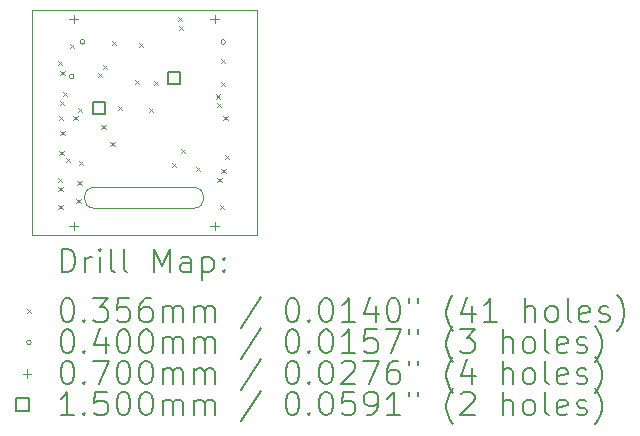
<source format=gbr>
%FSLAX45Y45*%
G04 Gerber Fmt 4.5, Leading zero omitted, Abs format (unit mm)*
G04 Created by KiCad (PCBNEW (6.0.1)) date 2022-01-27 11:35:48*
%MOMM*%
%LPD*%
G01*
G04 APERTURE LIST*
%TA.AperFunction,Profile*%
%ADD10C,0.050000*%
%TD*%
%ADD11C,0.200000*%
%ADD12C,0.035560*%
%ADD13C,0.040000*%
%ADD14C,0.070000*%
%ADD15C,0.150000*%
G04 APERTURE END LIST*
D10*
X28003500Y-10731500D02*
X26098500Y-10731500D01*
X26098500Y-10731500D02*
X26098500Y-12636500D01*
X28003500Y-10731500D02*
X28003500Y-12636500D01*
X28003500Y-12636500D02*
X26098500Y-12636500D01*
X27470100Y-12407900D02*
G75*
G03*
X27470100Y-12230100I0J88900D01*
G01*
X27470100Y-12230100D02*
X26631900Y-12230100D01*
X26631900Y-12230100D02*
G75*
G03*
X26631900Y-12407900I0J-88900D01*
G01*
X27470100Y-12407900D02*
X26631900Y-12407900D01*
D11*
D12*
X26319962Y-11162883D02*
X26355522Y-11198442D01*
X26355522Y-11162883D02*
X26319962Y-11198442D01*
X26324671Y-12151067D02*
X26360231Y-12186627D01*
X26360231Y-12151067D02*
X26324671Y-12186627D01*
X26325804Y-12225020D02*
X26361364Y-12260580D01*
X26361364Y-12225020D02*
X26325804Y-12260580D01*
X26326344Y-12382407D02*
X26361904Y-12417967D01*
X26361904Y-12382407D02*
X26326344Y-12417967D01*
X26326632Y-11625600D02*
X26362192Y-11661160D01*
X26362192Y-11625600D02*
X26326632Y-11661160D01*
X26334720Y-11920220D02*
X26370280Y-11955780D01*
X26370280Y-11920220D02*
X26334720Y-11955780D01*
X26341564Y-11496471D02*
X26377124Y-11532031D01*
X26377124Y-11496471D02*
X26341564Y-11532031D01*
X26342235Y-11244540D02*
X26377795Y-11280100D01*
X26377795Y-11244540D02*
X26342235Y-11280100D01*
X26342239Y-11750050D02*
X26377799Y-11785610D01*
X26377799Y-11750050D02*
X26342239Y-11785610D01*
X26365157Y-11419599D02*
X26400717Y-11455159D01*
X26400717Y-11419599D02*
X26365157Y-11455159D01*
X26387501Y-11983720D02*
X26423061Y-12019280D01*
X26423061Y-11983720D02*
X26387501Y-12019280D01*
X26422188Y-11017088D02*
X26457748Y-11052648D01*
X26457748Y-11017088D02*
X26422188Y-11052648D01*
X26453248Y-11622821D02*
X26488808Y-11658381D01*
X26488808Y-11622821D02*
X26453248Y-11658381D01*
X26477326Y-12328538D02*
X26512886Y-12364098D01*
X26512886Y-12328538D02*
X26477326Y-12364098D01*
X26487120Y-12174220D02*
X26522680Y-12209780D01*
X26522680Y-12174220D02*
X26487120Y-12209780D01*
X26487444Y-11557105D02*
X26523004Y-11592665D01*
X26523004Y-11557105D02*
X26487444Y-11592665D01*
X26501423Y-12007701D02*
X26536983Y-12043261D01*
X26536983Y-12007701D02*
X26501423Y-12043261D01*
X26662523Y-11262217D02*
X26698083Y-11297777D01*
X26698083Y-11262217D02*
X26662523Y-11297777D01*
X26690320Y-11703050D02*
X26725880Y-11738610D01*
X26725880Y-11703050D02*
X26690320Y-11738610D01*
X26703020Y-11191301D02*
X26738580Y-11226861D01*
X26738580Y-11191301D02*
X26703020Y-11226861D01*
X26766520Y-11844020D02*
X26802080Y-11879580D01*
X26802080Y-11844020D02*
X26766520Y-11879580D01*
X26782075Y-10989471D02*
X26817635Y-11025031D01*
X26817635Y-10989471D02*
X26782075Y-11025031D01*
X26830020Y-11539220D02*
X26865580Y-11574780D01*
X26865580Y-11539220D02*
X26830020Y-11574780D01*
X26974653Y-11322050D02*
X27010213Y-11357610D01*
X27010213Y-11322050D02*
X26974653Y-11357610D01*
X27007820Y-11005820D02*
X27043380Y-11041380D01*
X27043380Y-11005820D02*
X27007820Y-11041380D01*
X27088835Y-11554960D02*
X27124395Y-11590520D01*
X27124395Y-11554960D02*
X27088835Y-11590520D01*
X27134464Y-11330585D02*
X27170024Y-11366145D01*
X27170024Y-11330585D02*
X27134464Y-11366145D01*
X27287220Y-12021820D02*
X27322780Y-12057380D01*
X27322780Y-12021820D02*
X27287220Y-12057380D01*
X27338020Y-10789920D02*
X27373580Y-10825480D01*
X27373580Y-10789920D02*
X27338020Y-10825480D01*
X27343158Y-10863703D02*
X27378718Y-10899263D01*
X27378718Y-10863703D02*
X27343158Y-10899263D01*
X27366249Y-11903223D02*
X27401809Y-11938783D01*
X27401809Y-11903223D02*
X27366249Y-11938783D01*
X27490183Y-12055837D02*
X27525743Y-12091397D01*
X27525743Y-12055837D02*
X27490183Y-12091397D01*
X27657405Y-11443574D02*
X27692965Y-11479134D01*
X27692965Y-11443574D02*
X27657405Y-11479134D01*
X27670390Y-11516387D02*
X27705950Y-11551947D01*
X27705950Y-11516387D02*
X27670390Y-11551947D01*
X27672639Y-12148075D02*
X27708199Y-12183635D01*
X27708199Y-12148075D02*
X27672639Y-12183635D01*
X27693620Y-12377420D02*
X27729180Y-12412980D01*
X27729180Y-12377420D02*
X27693620Y-12412980D01*
X27700406Y-11144716D02*
X27735966Y-11180276D01*
X27735966Y-11144716D02*
X27700406Y-11180276D01*
X27700406Y-11336020D02*
X27735966Y-11371580D01*
X27735966Y-11336020D02*
X27700406Y-11371580D01*
X27706083Y-12072620D02*
X27741643Y-12108180D01*
X27741643Y-12072620D02*
X27706083Y-12108180D01*
X27722194Y-11628314D02*
X27757754Y-11663874D01*
X27757754Y-11628314D02*
X27722194Y-11663874D01*
X27736385Y-11954502D02*
X27771945Y-11990062D01*
X27771945Y-11954502D02*
X27736385Y-11990062D01*
D13*
X26457852Y-11292354D02*
G75*
G03*
X26457852Y-11292354I-20000J0D01*
G01*
X26548621Y-10998703D02*
G75*
G03*
X26548621Y-10998703I-20000J0D01*
G01*
X27740802Y-11000001D02*
G75*
G03*
X27740802Y-11000001I-20000J0D01*
G01*
D14*
X26454100Y-10772700D02*
X26454100Y-10842700D01*
X26419100Y-10807700D02*
X26489100Y-10807700D01*
X26454100Y-12525300D02*
X26454100Y-12595300D01*
X26419100Y-12560300D02*
X26489100Y-12560300D01*
X27647900Y-10772700D02*
X27647900Y-10842700D01*
X27612900Y-10807700D02*
X27682900Y-10807700D01*
X27647900Y-12525300D02*
X27647900Y-12595300D01*
X27612900Y-12560300D02*
X27682900Y-12560300D01*
D15*
X26723033Y-11610033D02*
X26723033Y-11503966D01*
X26616966Y-11503966D01*
X26616966Y-11610033D01*
X26723033Y-11610033D01*
X27358033Y-11356033D02*
X27358033Y-11249966D01*
X27251966Y-11249966D01*
X27251966Y-11356033D01*
X27358033Y-11356033D01*
D11*
X26353619Y-12949476D02*
X26353619Y-12749476D01*
X26401238Y-12749476D01*
X26429809Y-12759000D01*
X26448857Y-12778048D01*
X26458381Y-12797095D01*
X26467905Y-12835190D01*
X26467905Y-12863762D01*
X26458381Y-12901857D01*
X26448857Y-12920905D01*
X26429809Y-12939952D01*
X26401238Y-12949476D01*
X26353619Y-12949476D01*
X26553619Y-12949476D02*
X26553619Y-12816143D01*
X26553619Y-12854238D02*
X26563143Y-12835190D01*
X26572667Y-12825667D01*
X26591714Y-12816143D01*
X26610762Y-12816143D01*
X26677428Y-12949476D02*
X26677428Y-12816143D01*
X26677428Y-12749476D02*
X26667905Y-12759000D01*
X26677428Y-12768524D01*
X26686952Y-12759000D01*
X26677428Y-12749476D01*
X26677428Y-12768524D01*
X26801238Y-12949476D02*
X26782190Y-12939952D01*
X26772667Y-12920905D01*
X26772667Y-12749476D01*
X26906000Y-12949476D02*
X26886952Y-12939952D01*
X26877428Y-12920905D01*
X26877428Y-12749476D01*
X27134571Y-12949476D02*
X27134571Y-12749476D01*
X27201238Y-12892333D01*
X27267905Y-12749476D01*
X27267905Y-12949476D01*
X27448857Y-12949476D02*
X27448857Y-12844714D01*
X27439333Y-12825667D01*
X27420286Y-12816143D01*
X27382190Y-12816143D01*
X27363143Y-12825667D01*
X27448857Y-12939952D02*
X27429809Y-12949476D01*
X27382190Y-12949476D01*
X27363143Y-12939952D01*
X27353619Y-12920905D01*
X27353619Y-12901857D01*
X27363143Y-12882809D01*
X27382190Y-12873286D01*
X27429809Y-12873286D01*
X27448857Y-12863762D01*
X27544095Y-12816143D02*
X27544095Y-13016143D01*
X27544095Y-12825667D02*
X27563143Y-12816143D01*
X27601238Y-12816143D01*
X27620286Y-12825667D01*
X27629809Y-12835190D01*
X27639333Y-12854238D01*
X27639333Y-12911381D01*
X27629809Y-12930428D01*
X27620286Y-12939952D01*
X27601238Y-12949476D01*
X27563143Y-12949476D01*
X27544095Y-12939952D01*
X27725048Y-12930428D02*
X27734571Y-12939952D01*
X27725048Y-12949476D01*
X27715524Y-12939952D01*
X27725048Y-12930428D01*
X27725048Y-12949476D01*
X27725048Y-12825667D02*
X27734571Y-12835190D01*
X27725048Y-12844714D01*
X27715524Y-12835190D01*
X27725048Y-12825667D01*
X27725048Y-12844714D01*
D12*
X26060440Y-13261220D02*
X26096000Y-13296780D01*
X26096000Y-13261220D02*
X26060440Y-13296780D01*
D11*
X26391714Y-13169476D02*
X26410762Y-13169476D01*
X26429809Y-13179000D01*
X26439333Y-13188524D01*
X26448857Y-13207571D01*
X26458381Y-13245667D01*
X26458381Y-13293286D01*
X26448857Y-13331381D01*
X26439333Y-13350428D01*
X26429809Y-13359952D01*
X26410762Y-13369476D01*
X26391714Y-13369476D01*
X26372667Y-13359952D01*
X26363143Y-13350428D01*
X26353619Y-13331381D01*
X26344095Y-13293286D01*
X26344095Y-13245667D01*
X26353619Y-13207571D01*
X26363143Y-13188524D01*
X26372667Y-13179000D01*
X26391714Y-13169476D01*
X26544095Y-13350428D02*
X26553619Y-13359952D01*
X26544095Y-13369476D01*
X26534571Y-13359952D01*
X26544095Y-13350428D01*
X26544095Y-13369476D01*
X26620286Y-13169476D02*
X26744095Y-13169476D01*
X26677428Y-13245667D01*
X26706000Y-13245667D01*
X26725048Y-13255190D01*
X26734571Y-13264714D01*
X26744095Y-13283762D01*
X26744095Y-13331381D01*
X26734571Y-13350428D01*
X26725048Y-13359952D01*
X26706000Y-13369476D01*
X26648857Y-13369476D01*
X26629809Y-13359952D01*
X26620286Y-13350428D01*
X26925048Y-13169476D02*
X26829809Y-13169476D01*
X26820286Y-13264714D01*
X26829809Y-13255190D01*
X26848857Y-13245667D01*
X26896476Y-13245667D01*
X26915524Y-13255190D01*
X26925048Y-13264714D01*
X26934571Y-13283762D01*
X26934571Y-13331381D01*
X26925048Y-13350428D01*
X26915524Y-13359952D01*
X26896476Y-13369476D01*
X26848857Y-13369476D01*
X26829809Y-13359952D01*
X26820286Y-13350428D01*
X27106000Y-13169476D02*
X27067905Y-13169476D01*
X27048857Y-13179000D01*
X27039333Y-13188524D01*
X27020286Y-13217095D01*
X27010762Y-13255190D01*
X27010762Y-13331381D01*
X27020286Y-13350428D01*
X27029809Y-13359952D01*
X27048857Y-13369476D01*
X27086952Y-13369476D01*
X27106000Y-13359952D01*
X27115524Y-13350428D01*
X27125048Y-13331381D01*
X27125048Y-13283762D01*
X27115524Y-13264714D01*
X27106000Y-13255190D01*
X27086952Y-13245667D01*
X27048857Y-13245667D01*
X27029809Y-13255190D01*
X27020286Y-13264714D01*
X27010762Y-13283762D01*
X27210762Y-13369476D02*
X27210762Y-13236143D01*
X27210762Y-13255190D02*
X27220286Y-13245667D01*
X27239333Y-13236143D01*
X27267905Y-13236143D01*
X27286952Y-13245667D01*
X27296476Y-13264714D01*
X27296476Y-13369476D01*
X27296476Y-13264714D02*
X27306000Y-13245667D01*
X27325048Y-13236143D01*
X27353619Y-13236143D01*
X27372667Y-13245667D01*
X27382190Y-13264714D01*
X27382190Y-13369476D01*
X27477428Y-13369476D02*
X27477428Y-13236143D01*
X27477428Y-13255190D02*
X27486952Y-13245667D01*
X27506000Y-13236143D01*
X27534571Y-13236143D01*
X27553619Y-13245667D01*
X27563143Y-13264714D01*
X27563143Y-13369476D01*
X27563143Y-13264714D02*
X27572667Y-13245667D01*
X27591714Y-13236143D01*
X27620286Y-13236143D01*
X27639333Y-13245667D01*
X27648857Y-13264714D01*
X27648857Y-13369476D01*
X28039333Y-13159952D02*
X27867905Y-13417095D01*
X28296476Y-13169476D02*
X28315524Y-13169476D01*
X28334571Y-13179000D01*
X28344095Y-13188524D01*
X28353619Y-13207571D01*
X28363143Y-13245667D01*
X28363143Y-13293286D01*
X28353619Y-13331381D01*
X28344095Y-13350428D01*
X28334571Y-13359952D01*
X28315524Y-13369476D01*
X28296476Y-13369476D01*
X28277428Y-13359952D01*
X28267905Y-13350428D01*
X28258381Y-13331381D01*
X28248857Y-13293286D01*
X28248857Y-13245667D01*
X28258381Y-13207571D01*
X28267905Y-13188524D01*
X28277428Y-13179000D01*
X28296476Y-13169476D01*
X28448857Y-13350428D02*
X28458381Y-13359952D01*
X28448857Y-13369476D01*
X28439333Y-13359952D01*
X28448857Y-13350428D01*
X28448857Y-13369476D01*
X28582190Y-13169476D02*
X28601238Y-13169476D01*
X28620286Y-13179000D01*
X28629809Y-13188524D01*
X28639333Y-13207571D01*
X28648857Y-13245667D01*
X28648857Y-13293286D01*
X28639333Y-13331381D01*
X28629809Y-13350428D01*
X28620286Y-13359952D01*
X28601238Y-13369476D01*
X28582190Y-13369476D01*
X28563143Y-13359952D01*
X28553619Y-13350428D01*
X28544095Y-13331381D01*
X28534571Y-13293286D01*
X28534571Y-13245667D01*
X28544095Y-13207571D01*
X28553619Y-13188524D01*
X28563143Y-13179000D01*
X28582190Y-13169476D01*
X28839333Y-13369476D02*
X28725048Y-13369476D01*
X28782190Y-13369476D02*
X28782190Y-13169476D01*
X28763143Y-13198048D01*
X28744095Y-13217095D01*
X28725048Y-13226619D01*
X29010762Y-13236143D02*
X29010762Y-13369476D01*
X28963143Y-13159952D02*
X28915524Y-13302809D01*
X29039333Y-13302809D01*
X29153619Y-13169476D02*
X29172667Y-13169476D01*
X29191714Y-13179000D01*
X29201238Y-13188524D01*
X29210762Y-13207571D01*
X29220286Y-13245667D01*
X29220286Y-13293286D01*
X29210762Y-13331381D01*
X29201238Y-13350428D01*
X29191714Y-13359952D01*
X29172667Y-13369476D01*
X29153619Y-13369476D01*
X29134571Y-13359952D01*
X29125048Y-13350428D01*
X29115524Y-13331381D01*
X29106000Y-13293286D01*
X29106000Y-13245667D01*
X29115524Y-13207571D01*
X29125048Y-13188524D01*
X29134571Y-13179000D01*
X29153619Y-13169476D01*
X29296476Y-13169476D02*
X29296476Y-13207571D01*
X29372667Y-13169476D02*
X29372667Y-13207571D01*
X29667905Y-13445667D02*
X29658381Y-13436143D01*
X29639333Y-13407571D01*
X29629809Y-13388524D01*
X29620286Y-13359952D01*
X29610762Y-13312333D01*
X29610762Y-13274238D01*
X29620286Y-13226619D01*
X29629809Y-13198048D01*
X29639333Y-13179000D01*
X29658381Y-13150428D01*
X29667905Y-13140905D01*
X29829809Y-13236143D02*
X29829809Y-13369476D01*
X29782190Y-13159952D02*
X29734571Y-13302809D01*
X29858381Y-13302809D01*
X30039333Y-13369476D02*
X29925048Y-13369476D01*
X29982190Y-13369476D02*
X29982190Y-13169476D01*
X29963143Y-13198048D01*
X29944095Y-13217095D01*
X29925048Y-13226619D01*
X30277428Y-13369476D02*
X30277428Y-13169476D01*
X30363143Y-13369476D02*
X30363143Y-13264714D01*
X30353619Y-13245667D01*
X30334571Y-13236143D01*
X30306000Y-13236143D01*
X30286952Y-13245667D01*
X30277428Y-13255190D01*
X30486952Y-13369476D02*
X30467905Y-13359952D01*
X30458381Y-13350428D01*
X30448857Y-13331381D01*
X30448857Y-13274238D01*
X30458381Y-13255190D01*
X30467905Y-13245667D01*
X30486952Y-13236143D01*
X30515524Y-13236143D01*
X30534571Y-13245667D01*
X30544095Y-13255190D01*
X30553619Y-13274238D01*
X30553619Y-13331381D01*
X30544095Y-13350428D01*
X30534571Y-13359952D01*
X30515524Y-13369476D01*
X30486952Y-13369476D01*
X30667905Y-13369476D02*
X30648857Y-13359952D01*
X30639333Y-13340905D01*
X30639333Y-13169476D01*
X30820286Y-13359952D02*
X30801238Y-13369476D01*
X30763143Y-13369476D01*
X30744095Y-13359952D01*
X30734571Y-13340905D01*
X30734571Y-13264714D01*
X30744095Y-13245667D01*
X30763143Y-13236143D01*
X30801238Y-13236143D01*
X30820286Y-13245667D01*
X30829809Y-13264714D01*
X30829809Y-13283762D01*
X30734571Y-13302809D01*
X30906000Y-13359952D02*
X30925048Y-13369476D01*
X30963143Y-13369476D01*
X30982190Y-13359952D01*
X30991714Y-13340905D01*
X30991714Y-13331381D01*
X30982190Y-13312333D01*
X30963143Y-13302809D01*
X30934571Y-13302809D01*
X30915524Y-13293286D01*
X30906000Y-13274238D01*
X30906000Y-13264714D01*
X30915524Y-13245667D01*
X30934571Y-13236143D01*
X30963143Y-13236143D01*
X30982190Y-13245667D01*
X31058381Y-13445667D02*
X31067905Y-13436143D01*
X31086952Y-13407571D01*
X31096476Y-13388524D01*
X31106000Y-13359952D01*
X31115524Y-13312333D01*
X31115524Y-13274238D01*
X31106000Y-13226619D01*
X31096476Y-13198048D01*
X31086952Y-13179000D01*
X31067905Y-13150428D01*
X31058381Y-13140905D01*
D13*
X26096000Y-13543000D02*
G75*
G03*
X26096000Y-13543000I-20000J0D01*
G01*
D11*
X26391714Y-13433476D02*
X26410762Y-13433476D01*
X26429809Y-13443000D01*
X26439333Y-13452524D01*
X26448857Y-13471571D01*
X26458381Y-13509667D01*
X26458381Y-13557286D01*
X26448857Y-13595381D01*
X26439333Y-13614428D01*
X26429809Y-13623952D01*
X26410762Y-13633476D01*
X26391714Y-13633476D01*
X26372667Y-13623952D01*
X26363143Y-13614428D01*
X26353619Y-13595381D01*
X26344095Y-13557286D01*
X26344095Y-13509667D01*
X26353619Y-13471571D01*
X26363143Y-13452524D01*
X26372667Y-13443000D01*
X26391714Y-13433476D01*
X26544095Y-13614428D02*
X26553619Y-13623952D01*
X26544095Y-13633476D01*
X26534571Y-13623952D01*
X26544095Y-13614428D01*
X26544095Y-13633476D01*
X26725048Y-13500143D02*
X26725048Y-13633476D01*
X26677428Y-13423952D02*
X26629809Y-13566809D01*
X26753619Y-13566809D01*
X26867905Y-13433476D02*
X26886952Y-13433476D01*
X26906000Y-13443000D01*
X26915524Y-13452524D01*
X26925048Y-13471571D01*
X26934571Y-13509667D01*
X26934571Y-13557286D01*
X26925048Y-13595381D01*
X26915524Y-13614428D01*
X26906000Y-13623952D01*
X26886952Y-13633476D01*
X26867905Y-13633476D01*
X26848857Y-13623952D01*
X26839333Y-13614428D01*
X26829809Y-13595381D01*
X26820286Y-13557286D01*
X26820286Y-13509667D01*
X26829809Y-13471571D01*
X26839333Y-13452524D01*
X26848857Y-13443000D01*
X26867905Y-13433476D01*
X27058381Y-13433476D02*
X27077428Y-13433476D01*
X27096476Y-13443000D01*
X27106000Y-13452524D01*
X27115524Y-13471571D01*
X27125048Y-13509667D01*
X27125048Y-13557286D01*
X27115524Y-13595381D01*
X27106000Y-13614428D01*
X27096476Y-13623952D01*
X27077428Y-13633476D01*
X27058381Y-13633476D01*
X27039333Y-13623952D01*
X27029809Y-13614428D01*
X27020286Y-13595381D01*
X27010762Y-13557286D01*
X27010762Y-13509667D01*
X27020286Y-13471571D01*
X27029809Y-13452524D01*
X27039333Y-13443000D01*
X27058381Y-13433476D01*
X27210762Y-13633476D02*
X27210762Y-13500143D01*
X27210762Y-13519190D02*
X27220286Y-13509667D01*
X27239333Y-13500143D01*
X27267905Y-13500143D01*
X27286952Y-13509667D01*
X27296476Y-13528714D01*
X27296476Y-13633476D01*
X27296476Y-13528714D02*
X27306000Y-13509667D01*
X27325048Y-13500143D01*
X27353619Y-13500143D01*
X27372667Y-13509667D01*
X27382190Y-13528714D01*
X27382190Y-13633476D01*
X27477428Y-13633476D02*
X27477428Y-13500143D01*
X27477428Y-13519190D02*
X27486952Y-13509667D01*
X27506000Y-13500143D01*
X27534571Y-13500143D01*
X27553619Y-13509667D01*
X27563143Y-13528714D01*
X27563143Y-13633476D01*
X27563143Y-13528714D02*
X27572667Y-13509667D01*
X27591714Y-13500143D01*
X27620286Y-13500143D01*
X27639333Y-13509667D01*
X27648857Y-13528714D01*
X27648857Y-13633476D01*
X28039333Y-13423952D02*
X27867905Y-13681095D01*
X28296476Y-13433476D02*
X28315524Y-13433476D01*
X28334571Y-13443000D01*
X28344095Y-13452524D01*
X28353619Y-13471571D01*
X28363143Y-13509667D01*
X28363143Y-13557286D01*
X28353619Y-13595381D01*
X28344095Y-13614428D01*
X28334571Y-13623952D01*
X28315524Y-13633476D01*
X28296476Y-13633476D01*
X28277428Y-13623952D01*
X28267905Y-13614428D01*
X28258381Y-13595381D01*
X28248857Y-13557286D01*
X28248857Y-13509667D01*
X28258381Y-13471571D01*
X28267905Y-13452524D01*
X28277428Y-13443000D01*
X28296476Y-13433476D01*
X28448857Y-13614428D02*
X28458381Y-13623952D01*
X28448857Y-13633476D01*
X28439333Y-13623952D01*
X28448857Y-13614428D01*
X28448857Y-13633476D01*
X28582190Y-13433476D02*
X28601238Y-13433476D01*
X28620286Y-13443000D01*
X28629809Y-13452524D01*
X28639333Y-13471571D01*
X28648857Y-13509667D01*
X28648857Y-13557286D01*
X28639333Y-13595381D01*
X28629809Y-13614428D01*
X28620286Y-13623952D01*
X28601238Y-13633476D01*
X28582190Y-13633476D01*
X28563143Y-13623952D01*
X28553619Y-13614428D01*
X28544095Y-13595381D01*
X28534571Y-13557286D01*
X28534571Y-13509667D01*
X28544095Y-13471571D01*
X28553619Y-13452524D01*
X28563143Y-13443000D01*
X28582190Y-13433476D01*
X28839333Y-13633476D02*
X28725048Y-13633476D01*
X28782190Y-13633476D02*
X28782190Y-13433476D01*
X28763143Y-13462048D01*
X28744095Y-13481095D01*
X28725048Y-13490619D01*
X29020286Y-13433476D02*
X28925048Y-13433476D01*
X28915524Y-13528714D01*
X28925048Y-13519190D01*
X28944095Y-13509667D01*
X28991714Y-13509667D01*
X29010762Y-13519190D01*
X29020286Y-13528714D01*
X29029809Y-13547762D01*
X29029809Y-13595381D01*
X29020286Y-13614428D01*
X29010762Y-13623952D01*
X28991714Y-13633476D01*
X28944095Y-13633476D01*
X28925048Y-13623952D01*
X28915524Y-13614428D01*
X29096476Y-13433476D02*
X29229809Y-13433476D01*
X29144095Y-13633476D01*
X29296476Y-13433476D02*
X29296476Y-13471571D01*
X29372667Y-13433476D02*
X29372667Y-13471571D01*
X29667905Y-13709667D02*
X29658381Y-13700143D01*
X29639333Y-13671571D01*
X29629809Y-13652524D01*
X29620286Y-13623952D01*
X29610762Y-13576333D01*
X29610762Y-13538238D01*
X29620286Y-13490619D01*
X29629809Y-13462048D01*
X29639333Y-13443000D01*
X29658381Y-13414428D01*
X29667905Y-13404905D01*
X29725048Y-13433476D02*
X29848857Y-13433476D01*
X29782190Y-13509667D01*
X29810762Y-13509667D01*
X29829809Y-13519190D01*
X29839333Y-13528714D01*
X29848857Y-13547762D01*
X29848857Y-13595381D01*
X29839333Y-13614428D01*
X29829809Y-13623952D01*
X29810762Y-13633476D01*
X29753619Y-13633476D01*
X29734571Y-13623952D01*
X29725048Y-13614428D01*
X30086952Y-13633476D02*
X30086952Y-13433476D01*
X30172667Y-13633476D02*
X30172667Y-13528714D01*
X30163143Y-13509667D01*
X30144095Y-13500143D01*
X30115524Y-13500143D01*
X30096476Y-13509667D01*
X30086952Y-13519190D01*
X30296476Y-13633476D02*
X30277428Y-13623952D01*
X30267905Y-13614428D01*
X30258381Y-13595381D01*
X30258381Y-13538238D01*
X30267905Y-13519190D01*
X30277428Y-13509667D01*
X30296476Y-13500143D01*
X30325048Y-13500143D01*
X30344095Y-13509667D01*
X30353619Y-13519190D01*
X30363143Y-13538238D01*
X30363143Y-13595381D01*
X30353619Y-13614428D01*
X30344095Y-13623952D01*
X30325048Y-13633476D01*
X30296476Y-13633476D01*
X30477428Y-13633476D02*
X30458381Y-13623952D01*
X30448857Y-13604905D01*
X30448857Y-13433476D01*
X30629809Y-13623952D02*
X30610762Y-13633476D01*
X30572667Y-13633476D01*
X30553619Y-13623952D01*
X30544095Y-13604905D01*
X30544095Y-13528714D01*
X30553619Y-13509667D01*
X30572667Y-13500143D01*
X30610762Y-13500143D01*
X30629809Y-13509667D01*
X30639333Y-13528714D01*
X30639333Y-13547762D01*
X30544095Y-13566809D01*
X30715524Y-13623952D02*
X30734571Y-13633476D01*
X30772667Y-13633476D01*
X30791714Y-13623952D01*
X30801238Y-13604905D01*
X30801238Y-13595381D01*
X30791714Y-13576333D01*
X30772667Y-13566809D01*
X30744095Y-13566809D01*
X30725048Y-13557286D01*
X30715524Y-13538238D01*
X30715524Y-13528714D01*
X30725048Y-13509667D01*
X30744095Y-13500143D01*
X30772667Y-13500143D01*
X30791714Y-13509667D01*
X30867905Y-13709667D02*
X30877428Y-13700143D01*
X30896476Y-13671571D01*
X30906000Y-13652524D01*
X30915524Y-13623952D01*
X30925048Y-13576333D01*
X30925048Y-13538238D01*
X30915524Y-13490619D01*
X30906000Y-13462048D01*
X30896476Y-13443000D01*
X30877428Y-13414428D01*
X30867905Y-13404905D01*
D14*
X26061000Y-13772000D02*
X26061000Y-13842000D01*
X26026000Y-13807000D02*
X26096000Y-13807000D01*
D11*
X26391714Y-13697476D02*
X26410762Y-13697476D01*
X26429809Y-13707000D01*
X26439333Y-13716524D01*
X26448857Y-13735571D01*
X26458381Y-13773667D01*
X26458381Y-13821286D01*
X26448857Y-13859381D01*
X26439333Y-13878428D01*
X26429809Y-13887952D01*
X26410762Y-13897476D01*
X26391714Y-13897476D01*
X26372667Y-13887952D01*
X26363143Y-13878428D01*
X26353619Y-13859381D01*
X26344095Y-13821286D01*
X26344095Y-13773667D01*
X26353619Y-13735571D01*
X26363143Y-13716524D01*
X26372667Y-13707000D01*
X26391714Y-13697476D01*
X26544095Y-13878428D02*
X26553619Y-13887952D01*
X26544095Y-13897476D01*
X26534571Y-13887952D01*
X26544095Y-13878428D01*
X26544095Y-13897476D01*
X26620286Y-13697476D02*
X26753619Y-13697476D01*
X26667905Y-13897476D01*
X26867905Y-13697476D02*
X26886952Y-13697476D01*
X26906000Y-13707000D01*
X26915524Y-13716524D01*
X26925048Y-13735571D01*
X26934571Y-13773667D01*
X26934571Y-13821286D01*
X26925048Y-13859381D01*
X26915524Y-13878428D01*
X26906000Y-13887952D01*
X26886952Y-13897476D01*
X26867905Y-13897476D01*
X26848857Y-13887952D01*
X26839333Y-13878428D01*
X26829809Y-13859381D01*
X26820286Y-13821286D01*
X26820286Y-13773667D01*
X26829809Y-13735571D01*
X26839333Y-13716524D01*
X26848857Y-13707000D01*
X26867905Y-13697476D01*
X27058381Y-13697476D02*
X27077428Y-13697476D01*
X27096476Y-13707000D01*
X27106000Y-13716524D01*
X27115524Y-13735571D01*
X27125048Y-13773667D01*
X27125048Y-13821286D01*
X27115524Y-13859381D01*
X27106000Y-13878428D01*
X27096476Y-13887952D01*
X27077428Y-13897476D01*
X27058381Y-13897476D01*
X27039333Y-13887952D01*
X27029809Y-13878428D01*
X27020286Y-13859381D01*
X27010762Y-13821286D01*
X27010762Y-13773667D01*
X27020286Y-13735571D01*
X27029809Y-13716524D01*
X27039333Y-13707000D01*
X27058381Y-13697476D01*
X27210762Y-13897476D02*
X27210762Y-13764143D01*
X27210762Y-13783190D02*
X27220286Y-13773667D01*
X27239333Y-13764143D01*
X27267905Y-13764143D01*
X27286952Y-13773667D01*
X27296476Y-13792714D01*
X27296476Y-13897476D01*
X27296476Y-13792714D02*
X27306000Y-13773667D01*
X27325048Y-13764143D01*
X27353619Y-13764143D01*
X27372667Y-13773667D01*
X27382190Y-13792714D01*
X27382190Y-13897476D01*
X27477428Y-13897476D02*
X27477428Y-13764143D01*
X27477428Y-13783190D02*
X27486952Y-13773667D01*
X27506000Y-13764143D01*
X27534571Y-13764143D01*
X27553619Y-13773667D01*
X27563143Y-13792714D01*
X27563143Y-13897476D01*
X27563143Y-13792714D02*
X27572667Y-13773667D01*
X27591714Y-13764143D01*
X27620286Y-13764143D01*
X27639333Y-13773667D01*
X27648857Y-13792714D01*
X27648857Y-13897476D01*
X28039333Y-13687952D02*
X27867905Y-13945095D01*
X28296476Y-13697476D02*
X28315524Y-13697476D01*
X28334571Y-13707000D01*
X28344095Y-13716524D01*
X28353619Y-13735571D01*
X28363143Y-13773667D01*
X28363143Y-13821286D01*
X28353619Y-13859381D01*
X28344095Y-13878428D01*
X28334571Y-13887952D01*
X28315524Y-13897476D01*
X28296476Y-13897476D01*
X28277428Y-13887952D01*
X28267905Y-13878428D01*
X28258381Y-13859381D01*
X28248857Y-13821286D01*
X28248857Y-13773667D01*
X28258381Y-13735571D01*
X28267905Y-13716524D01*
X28277428Y-13707000D01*
X28296476Y-13697476D01*
X28448857Y-13878428D02*
X28458381Y-13887952D01*
X28448857Y-13897476D01*
X28439333Y-13887952D01*
X28448857Y-13878428D01*
X28448857Y-13897476D01*
X28582190Y-13697476D02*
X28601238Y-13697476D01*
X28620286Y-13707000D01*
X28629809Y-13716524D01*
X28639333Y-13735571D01*
X28648857Y-13773667D01*
X28648857Y-13821286D01*
X28639333Y-13859381D01*
X28629809Y-13878428D01*
X28620286Y-13887952D01*
X28601238Y-13897476D01*
X28582190Y-13897476D01*
X28563143Y-13887952D01*
X28553619Y-13878428D01*
X28544095Y-13859381D01*
X28534571Y-13821286D01*
X28534571Y-13773667D01*
X28544095Y-13735571D01*
X28553619Y-13716524D01*
X28563143Y-13707000D01*
X28582190Y-13697476D01*
X28725048Y-13716524D02*
X28734571Y-13707000D01*
X28753619Y-13697476D01*
X28801238Y-13697476D01*
X28820286Y-13707000D01*
X28829809Y-13716524D01*
X28839333Y-13735571D01*
X28839333Y-13754619D01*
X28829809Y-13783190D01*
X28715524Y-13897476D01*
X28839333Y-13897476D01*
X28906000Y-13697476D02*
X29039333Y-13697476D01*
X28953619Y-13897476D01*
X29201238Y-13697476D02*
X29163143Y-13697476D01*
X29144095Y-13707000D01*
X29134571Y-13716524D01*
X29115524Y-13745095D01*
X29106000Y-13783190D01*
X29106000Y-13859381D01*
X29115524Y-13878428D01*
X29125048Y-13887952D01*
X29144095Y-13897476D01*
X29182190Y-13897476D01*
X29201238Y-13887952D01*
X29210762Y-13878428D01*
X29220286Y-13859381D01*
X29220286Y-13811762D01*
X29210762Y-13792714D01*
X29201238Y-13783190D01*
X29182190Y-13773667D01*
X29144095Y-13773667D01*
X29125048Y-13783190D01*
X29115524Y-13792714D01*
X29106000Y-13811762D01*
X29296476Y-13697476D02*
X29296476Y-13735571D01*
X29372667Y-13697476D02*
X29372667Y-13735571D01*
X29667905Y-13973667D02*
X29658381Y-13964143D01*
X29639333Y-13935571D01*
X29629809Y-13916524D01*
X29620286Y-13887952D01*
X29610762Y-13840333D01*
X29610762Y-13802238D01*
X29620286Y-13754619D01*
X29629809Y-13726048D01*
X29639333Y-13707000D01*
X29658381Y-13678428D01*
X29667905Y-13668905D01*
X29829809Y-13764143D02*
X29829809Y-13897476D01*
X29782190Y-13687952D02*
X29734571Y-13830809D01*
X29858381Y-13830809D01*
X30086952Y-13897476D02*
X30086952Y-13697476D01*
X30172667Y-13897476D02*
X30172667Y-13792714D01*
X30163143Y-13773667D01*
X30144095Y-13764143D01*
X30115524Y-13764143D01*
X30096476Y-13773667D01*
X30086952Y-13783190D01*
X30296476Y-13897476D02*
X30277428Y-13887952D01*
X30267905Y-13878428D01*
X30258381Y-13859381D01*
X30258381Y-13802238D01*
X30267905Y-13783190D01*
X30277428Y-13773667D01*
X30296476Y-13764143D01*
X30325048Y-13764143D01*
X30344095Y-13773667D01*
X30353619Y-13783190D01*
X30363143Y-13802238D01*
X30363143Y-13859381D01*
X30353619Y-13878428D01*
X30344095Y-13887952D01*
X30325048Y-13897476D01*
X30296476Y-13897476D01*
X30477428Y-13897476D02*
X30458381Y-13887952D01*
X30448857Y-13868905D01*
X30448857Y-13697476D01*
X30629809Y-13887952D02*
X30610762Y-13897476D01*
X30572667Y-13897476D01*
X30553619Y-13887952D01*
X30544095Y-13868905D01*
X30544095Y-13792714D01*
X30553619Y-13773667D01*
X30572667Y-13764143D01*
X30610762Y-13764143D01*
X30629809Y-13773667D01*
X30639333Y-13792714D01*
X30639333Y-13811762D01*
X30544095Y-13830809D01*
X30715524Y-13887952D02*
X30734571Y-13897476D01*
X30772667Y-13897476D01*
X30791714Y-13887952D01*
X30801238Y-13868905D01*
X30801238Y-13859381D01*
X30791714Y-13840333D01*
X30772667Y-13830809D01*
X30744095Y-13830809D01*
X30725048Y-13821286D01*
X30715524Y-13802238D01*
X30715524Y-13792714D01*
X30725048Y-13773667D01*
X30744095Y-13764143D01*
X30772667Y-13764143D01*
X30791714Y-13773667D01*
X30867905Y-13973667D02*
X30877428Y-13964143D01*
X30896476Y-13935571D01*
X30906000Y-13916524D01*
X30915524Y-13887952D01*
X30925048Y-13840333D01*
X30925048Y-13802238D01*
X30915524Y-13754619D01*
X30906000Y-13726048D01*
X30896476Y-13707000D01*
X30877428Y-13678428D01*
X30867905Y-13668905D01*
D15*
X26074033Y-14124033D02*
X26074033Y-14017966D01*
X25967966Y-14017966D01*
X25967966Y-14124033D01*
X26074033Y-14124033D01*
D11*
X26458381Y-14161476D02*
X26344095Y-14161476D01*
X26401238Y-14161476D02*
X26401238Y-13961476D01*
X26382190Y-13990048D01*
X26363143Y-14009095D01*
X26344095Y-14018619D01*
X26544095Y-14142428D02*
X26553619Y-14151952D01*
X26544095Y-14161476D01*
X26534571Y-14151952D01*
X26544095Y-14142428D01*
X26544095Y-14161476D01*
X26734571Y-13961476D02*
X26639333Y-13961476D01*
X26629809Y-14056714D01*
X26639333Y-14047190D01*
X26658381Y-14037667D01*
X26706000Y-14037667D01*
X26725048Y-14047190D01*
X26734571Y-14056714D01*
X26744095Y-14075762D01*
X26744095Y-14123381D01*
X26734571Y-14142428D01*
X26725048Y-14151952D01*
X26706000Y-14161476D01*
X26658381Y-14161476D01*
X26639333Y-14151952D01*
X26629809Y-14142428D01*
X26867905Y-13961476D02*
X26886952Y-13961476D01*
X26906000Y-13971000D01*
X26915524Y-13980524D01*
X26925048Y-13999571D01*
X26934571Y-14037667D01*
X26934571Y-14085286D01*
X26925048Y-14123381D01*
X26915524Y-14142428D01*
X26906000Y-14151952D01*
X26886952Y-14161476D01*
X26867905Y-14161476D01*
X26848857Y-14151952D01*
X26839333Y-14142428D01*
X26829809Y-14123381D01*
X26820286Y-14085286D01*
X26820286Y-14037667D01*
X26829809Y-13999571D01*
X26839333Y-13980524D01*
X26848857Y-13971000D01*
X26867905Y-13961476D01*
X27058381Y-13961476D02*
X27077428Y-13961476D01*
X27096476Y-13971000D01*
X27106000Y-13980524D01*
X27115524Y-13999571D01*
X27125048Y-14037667D01*
X27125048Y-14085286D01*
X27115524Y-14123381D01*
X27106000Y-14142428D01*
X27096476Y-14151952D01*
X27077428Y-14161476D01*
X27058381Y-14161476D01*
X27039333Y-14151952D01*
X27029809Y-14142428D01*
X27020286Y-14123381D01*
X27010762Y-14085286D01*
X27010762Y-14037667D01*
X27020286Y-13999571D01*
X27029809Y-13980524D01*
X27039333Y-13971000D01*
X27058381Y-13961476D01*
X27210762Y-14161476D02*
X27210762Y-14028143D01*
X27210762Y-14047190D02*
X27220286Y-14037667D01*
X27239333Y-14028143D01*
X27267905Y-14028143D01*
X27286952Y-14037667D01*
X27296476Y-14056714D01*
X27296476Y-14161476D01*
X27296476Y-14056714D02*
X27306000Y-14037667D01*
X27325048Y-14028143D01*
X27353619Y-14028143D01*
X27372667Y-14037667D01*
X27382190Y-14056714D01*
X27382190Y-14161476D01*
X27477428Y-14161476D02*
X27477428Y-14028143D01*
X27477428Y-14047190D02*
X27486952Y-14037667D01*
X27506000Y-14028143D01*
X27534571Y-14028143D01*
X27553619Y-14037667D01*
X27563143Y-14056714D01*
X27563143Y-14161476D01*
X27563143Y-14056714D02*
X27572667Y-14037667D01*
X27591714Y-14028143D01*
X27620286Y-14028143D01*
X27639333Y-14037667D01*
X27648857Y-14056714D01*
X27648857Y-14161476D01*
X28039333Y-13951952D02*
X27867905Y-14209095D01*
X28296476Y-13961476D02*
X28315524Y-13961476D01*
X28334571Y-13971000D01*
X28344095Y-13980524D01*
X28353619Y-13999571D01*
X28363143Y-14037667D01*
X28363143Y-14085286D01*
X28353619Y-14123381D01*
X28344095Y-14142428D01*
X28334571Y-14151952D01*
X28315524Y-14161476D01*
X28296476Y-14161476D01*
X28277428Y-14151952D01*
X28267905Y-14142428D01*
X28258381Y-14123381D01*
X28248857Y-14085286D01*
X28248857Y-14037667D01*
X28258381Y-13999571D01*
X28267905Y-13980524D01*
X28277428Y-13971000D01*
X28296476Y-13961476D01*
X28448857Y-14142428D02*
X28458381Y-14151952D01*
X28448857Y-14161476D01*
X28439333Y-14151952D01*
X28448857Y-14142428D01*
X28448857Y-14161476D01*
X28582190Y-13961476D02*
X28601238Y-13961476D01*
X28620286Y-13971000D01*
X28629809Y-13980524D01*
X28639333Y-13999571D01*
X28648857Y-14037667D01*
X28648857Y-14085286D01*
X28639333Y-14123381D01*
X28629809Y-14142428D01*
X28620286Y-14151952D01*
X28601238Y-14161476D01*
X28582190Y-14161476D01*
X28563143Y-14151952D01*
X28553619Y-14142428D01*
X28544095Y-14123381D01*
X28534571Y-14085286D01*
X28534571Y-14037667D01*
X28544095Y-13999571D01*
X28553619Y-13980524D01*
X28563143Y-13971000D01*
X28582190Y-13961476D01*
X28829809Y-13961476D02*
X28734571Y-13961476D01*
X28725048Y-14056714D01*
X28734571Y-14047190D01*
X28753619Y-14037667D01*
X28801238Y-14037667D01*
X28820286Y-14047190D01*
X28829809Y-14056714D01*
X28839333Y-14075762D01*
X28839333Y-14123381D01*
X28829809Y-14142428D01*
X28820286Y-14151952D01*
X28801238Y-14161476D01*
X28753619Y-14161476D01*
X28734571Y-14151952D01*
X28725048Y-14142428D01*
X28934571Y-14161476D02*
X28972667Y-14161476D01*
X28991714Y-14151952D01*
X29001238Y-14142428D01*
X29020286Y-14113857D01*
X29029809Y-14075762D01*
X29029809Y-13999571D01*
X29020286Y-13980524D01*
X29010762Y-13971000D01*
X28991714Y-13961476D01*
X28953619Y-13961476D01*
X28934571Y-13971000D01*
X28925048Y-13980524D01*
X28915524Y-13999571D01*
X28915524Y-14047190D01*
X28925048Y-14066238D01*
X28934571Y-14075762D01*
X28953619Y-14085286D01*
X28991714Y-14085286D01*
X29010762Y-14075762D01*
X29020286Y-14066238D01*
X29029809Y-14047190D01*
X29220286Y-14161476D02*
X29106000Y-14161476D01*
X29163143Y-14161476D02*
X29163143Y-13961476D01*
X29144095Y-13990048D01*
X29125048Y-14009095D01*
X29106000Y-14018619D01*
X29296476Y-13961476D02*
X29296476Y-13999571D01*
X29372667Y-13961476D02*
X29372667Y-13999571D01*
X29667905Y-14237667D02*
X29658381Y-14228143D01*
X29639333Y-14199571D01*
X29629809Y-14180524D01*
X29620286Y-14151952D01*
X29610762Y-14104333D01*
X29610762Y-14066238D01*
X29620286Y-14018619D01*
X29629809Y-13990048D01*
X29639333Y-13971000D01*
X29658381Y-13942428D01*
X29667905Y-13932905D01*
X29734571Y-13980524D02*
X29744095Y-13971000D01*
X29763143Y-13961476D01*
X29810762Y-13961476D01*
X29829809Y-13971000D01*
X29839333Y-13980524D01*
X29848857Y-13999571D01*
X29848857Y-14018619D01*
X29839333Y-14047190D01*
X29725048Y-14161476D01*
X29848857Y-14161476D01*
X30086952Y-14161476D02*
X30086952Y-13961476D01*
X30172667Y-14161476D02*
X30172667Y-14056714D01*
X30163143Y-14037667D01*
X30144095Y-14028143D01*
X30115524Y-14028143D01*
X30096476Y-14037667D01*
X30086952Y-14047190D01*
X30296476Y-14161476D02*
X30277428Y-14151952D01*
X30267905Y-14142428D01*
X30258381Y-14123381D01*
X30258381Y-14066238D01*
X30267905Y-14047190D01*
X30277428Y-14037667D01*
X30296476Y-14028143D01*
X30325048Y-14028143D01*
X30344095Y-14037667D01*
X30353619Y-14047190D01*
X30363143Y-14066238D01*
X30363143Y-14123381D01*
X30353619Y-14142428D01*
X30344095Y-14151952D01*
X30325048Y-14161476D01*
X30296476Y-14161476D01*
X30477428Y-14161476D02*
X30458381Y-14151952D01*
X30448857Y-14132905D01*
X30448857Y-13961476D01*
X30629809Y-14151952D02*
X30610762Y-14161476D01*
X30572667Y-14161476D01*
X30553619Y-14151952D01*
X30544095Y-14132905D01*
X30544095Y-14056714D01*
X30553619Y-14037667D01*
X30572667Y-14028143D01*
X30610762Y-14028143D01*
X30629809Y-14037667D01*
X30639333Y-14056714D01*
X30639333Y-14075762D01*
X30544095Y-14094809D01*
X30715524Y-14151952D02*
X30734571Y-14161476D01*
X30772667Y-14161476D01*
X30791714Y-14151952D01*
X30801238Y-14132905D01*
X30801238Y-14123381D01*
X30791714Y-14104333D01*
X30772667Y-14094809D01*
X30744095Y-14094809D01*
X30725048Y-14085286D01*
X30715524Y-14066238D01*
X30715524Y-14056714D01*
X30725048Y-14037667D01*
X30744095Y-14028143D01*
X30772667Y-14028143D01*
X30791714Y-14037667D01*
X30867905Y-14237667D02*
X30877428Y-14228143D01*
X30896476Y-14199571D01*
X30906000Y-14180524D01*
X30915524Y-14151952D01*
X30925048Y-14104333D01*
X30925048Y-14066238D01*
X30915524Y-14018619D01*
X30906000Y-13990048D01*
X30896476Y-13971000D01*
X30877428Y-13942428D01*
X30867905Y-13932905D01*
M02*

</source>
